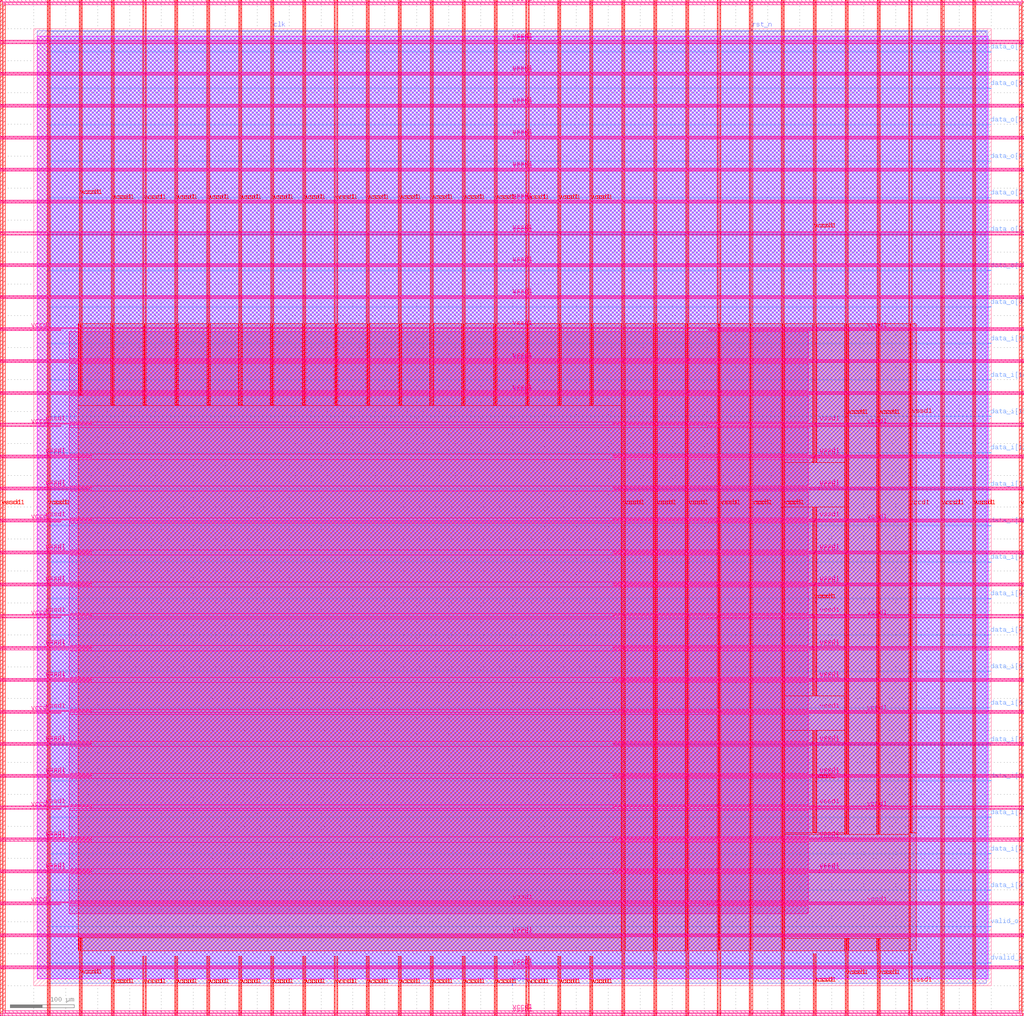
<source format=lef>
VERSION 5.7 ;
  NOWIREEXTENSIONATPIN ON ;
  DIVIDERCHAR "/" ;
  BUSBITCHARS "[]" ;
MACRO system_top
  CLASS BLOCK ;
  FOREIGN system_top ;
  ORIGIN 0.000 0.000 ;
  SIZE 1500.000 BY 1500.000 ;
  PIN busy_o
    DIRECTION OUTPUT ;
    USE SIGNAL ;
    ANTENNADIFFAREA 2.673000 ;
    PORT
      LAYER met2 ;
        RECT 749.890 0.000 750.170 4.000 ;
    END
  END busy_o
  PIN clk
    DIRECTION INPUT ;
    USE SIGNAL ;
    ANTENNAGATEAREA 1.286700 ;
    ANTENNADIFFAREA 0.434700 ;
    PORT
      LAYER met2 ;
        RECT 374.990 1496.000 375.270 1500.000 ;
    END
  END clk
  PIN data_i[0]
    DIRECTION INPUT ;
    USE SIGNAL ;
    ANTENNAGATEAREA 0.159000 ;
    PORT
      LAYER met3 ;
        RECT 1496.000 149.640 1500.000 150.240 ;
    END
  END data_i[0]
  PIN data_i[10]
    DIRECTION INPUT ;
    USE SIGNAL ;
    ANTENNAGATEAREA 0.247500 ;
    PORT
      LAYER met3 ;
        RECT 1496.000 720.840 1500.000 721.440 ;
    END
  END data_i[10]
  PIN data_i[11]
    DIRECTION INPUT ;
    USE SIGNAL ;
    ANTENNAGATEAREA 0.247500 ;
    PORT
      LAYER met3 ;
        RECT 1496.000 777.960 1500.000 778.560 ;
    END
  END data_i[11]
  PIN data_i[12]
    DIRECTION INPUT ;
    USE SIGNAL ;
    ANTENNAGATEAREA 0.247500 ;
    PORT
      LAYER met3 ;
        RECT 1496.000 835.080 1500.000 835.680 ;
    END
  END data_i[12]
  PIN data_i[13]
    DIRECTION INPUT ;
    USE SIGNAL ;
    ANTENNAGATEAREA 0.495000 ;
    PORT
      LAYER met3 ;
        RECT 1496.000 892.200 1500.000 892.800 ;
    END
  END data_i[13]
  PIN data_i[14]
    DIRECTION INPUT ;
    USE SIGNAL ;
    ANTENNAGATEAREA 0.495000 ;
    PORT
      LAYER met3 ;
        RECT 1496.000 949.320 1500.000 949.920 ;
    END
  END data_i[14]
  PIN data_i[15]
    DIRECTION INPUT ;
    USE SIGNAL ;
    ANTENNAGATEAREA 0.495000 ;
    PORT
      LAYER met3 ;
        RECT 1496.000 1006.440 1500.000 1007.040 ;
    END
  END data_i[15]
  PIN data_i[1]
    DIRECTION INPUT ;
    USE SIGNAL ;
    ANTENNAGATEAREA 0.213000 ;
    PORT
      LAYER met3 ;
        RECT 1496.000 206.760 1500.000 207.360 ;
    END
  END data_i[1]
  PIN data_i[2]
    DIRECTION INPUT ;
    USE SIGNAL ;
    ANTENNAGATEAREA 0.213000 ;
    PORT
      LAYER met3 ;
        RECT 1496.000 263.880 1500.000 264.480 ;
    END
  END data_i[2]
  PIN data_i[3]
    DIRECTION INPUT ;
    USE SIGNAL ;
    ANTENNAGATEAREA 0.213000 ;
    PORT
      LAYER met3 ;
        RECT 1496.000 321.000 1500.000 321.600 ;
    END
  END data_i[3]
  PIN data_i[4]
    DIRECTION INPUT ;
    USE SIGNAL ;
    ANTENNAGATEAREA 0.247500 ;
    PORT
      LAYER met3 ;
        RECT 1496.000 378.120 1500.000 378.720 ;
    END
  END data_i[4]
  PIN data_i[5]
    DIRECTION INPUT ;
    USE SIGNAL ;
    ANTENNAGATEAREA 0.247500 ;
    PORT
      LAYER met3 ;
        RECT 1496.000 435.240 1500.000 435.840 ;
    END
  END data_i[5]
  PIN data_i[6]
    DIRECTION INPUT ;
    USE SIGNAL ;
    ANTENNAGATEAREA 0.247500 ;
    PORT
      LAYER met3 ;
        RECT 1496.000 492.360 1500.000 492.960 ;
    END
  END data_i[6]
  PIN data_i[7]
    DIRECTION INPUT ;
    USE SIGNAL ;
    ANTENNAGATEAREA 0.247500 ;
    PORT
      LAYER met3 ;
        RECT 1496.000 549.480 1500.000 550.080 ;
    END
  END data_i[7]
  PIN data_i[8]
    DIRECTION INPUT ;
    USE SIGNAL ;
    ANTENNAGATEAREA 0.247500 ;
    PORT
      LAYER met3 ;
        RECT 1496.000 606.600 1500.000 607.200 ;
    END
  END data_i[8]
  PIN data_i[9]
    DIRECTION INPUT ;
    USE SIGNAL ;
    ANTENNAGATEAREA 0.247500 ;
    PORT
      LAYER met3 ;
        RECT 1496.000 663.720 1500.000 664.320 ;
    END
  END data_i[9]
  PIN data_o[0]
    DIRECTION OUTPUT ;
    USE SIGNAL ;
    ANTENNADIFFAREA 2.673000 ;
    PORT
      LAYER met3 ;
        RECT 1496.000 1063.560 1500.000 1064.160 ;
    END
  END data_o[0]
  PIN data_o[1]
    DIRECTION OUTPUT ;
    USE SIGNAL ;
    ANTENNADIFFAREA 2.673000 ;
    PORT
      LAYER met3 ;
        RECT 1496.000 1120.680 1500.000 1121.280 ;
    END
  END data_o[1]
  PIN data_o[2]
    DIRECTION OUTPUT ;
    USE SIGNAL ;
    ANTENNADIFFAREA 2.673000 ;
    PORT
      LAYER met3 ;
        RECT 1496.000 1177.800 1500.000 1178.400 ;
    END
  END data_o[2]
  PIN data_o[3]
    DIRECTION OUTPUT ;
    USE SIGNAL ;
    ANTENNADIFFAREA 2.673000 ;
    PORT
      LAYER met3 ;
        RECT 1496.000 1234.920 1500.000 1235.520 ;
    END
  END data_o[3]
  PIN data_o[4]
    DIRECTION OUTPUT ;
    USE SIGNAL ;
    ANTENNADIFFAREA 2.673000 ;
    PORT
      LAYER met3 ;
        RECT 1496.000 1292.040 1500.000 1292.640 ;
    END
  END data_o[4]
  PIN data_o[5]
    DIRECTION OUTPUT ;
    USE SIGNAL ;
    ANTENNADIFFAREA 2.673000 ;
    PORT
      LAYER met3 ;
        RECT 1496.000 1349.160 1500.000 1349.760 ;
    END
  END data_o[5]
  PIN data_o[6]
    DIRECTION OUTPUT ;
    USE SIGNAL ;
    ANTENNADIFFAREA 2.673000 ;
    PORT
      LAYER met3 ;
        RECT 1496.000 1406.280 1500.000 1406.880 ;
    END
  END data_o[6]
  PIN data_o[7]
    DIRECTION OUTPUT ;
    USE SIGNAL ;
    ANTENNADIFFAREA 2.673000 ;
    PORT
      LAYER met3 ;
        RECT 1496.000 1463.400 1500.000 1464.000 ;
    END
  END data_o[7]
  PIN dvalid_i
    DIRECTION INPUT ;
    USE SIGNAL ;
    ANTENNAGATEAREA 0.159000 ;
    PORT
      LAYER met3 ;
        RECT 1496.000 35.400 1500.000 36.000 ;
    END
  END dvalid_i
  PIN rst_n
    DIRECTION INPUT ;
    USE SIGNAL ;
    ANTENNAGATEAREA 0.495000 ;
    PORT
      LAYER met2 ;
        RECT 1124.790 1496.000 1125.070 1500.000 ;
    END
  END rst_n
  PIN valid_o
    DIRECTION OUTPUT ;
    USE SIGNAL ;
    ANTENNADIFFAREA 2.673000 ;
    PORT
      LAYER met3 ;
        RECT 1496.000 92.520 1500.000 93.120 ;
    END
  END valid_o
  PIN vccd1
    DIRECTION INOUT ;
    USE POWER ;
    PORT
      LAYER met4 ;
        RECT -47.480 -42.120 -44.480 1540.840 ;
    END
    PORT
      LAYER met5 ;
        RECT -47.480 -42.120 1547.080 -39.120 ;
    END
    PORT
      LAYER met5 ;
        RECT -47.480 1537.840 1547.080 1540.840 ;
    END
    PORT
      LAYER met4 ;
        RECT 1544.080 -42.120 1547.080 1540.840 ;
    END
    PORT
      LAYER met4 ;
        RECT 21.040 -46.820 22.640 1545.540 ;
    END
    PORT
      LAYER met4 ;
        RECT 71.040 -46.820 72.640 74.520 ;
    END
    PORT
      LAYER met4 ;
        RECT 71.040 925.800 72.640 1545.540 ;
    END
    PORT
      LAYER met4 ;
        RECT 121.040 -46.820 122.640 45.995 ;
    END
    PORT
      LAYER met4 ;
        RECT 121.040 910.125 122.640 1545.540 ;
    END
    PORT
      LAYER met4 ;
        RECT 171.040 -46.820 172.640 45.995 ;
    END
    PORT
      LAYER met4 ;
        RECT 171.040 910.125 172.640 1545.540 ;
    END
    PORT
      LAYER met4 ;
        RECT 221.040 -46.820 222.640 45.995 ;
    END
    PORT
      LAYER met4 ;
        RECT 221.040 910.125 222.640 1545.540 ;
    END
    PORT
      LAYER met4 ;
        RECT 271.040 -46.820 272.640 45.995 ;
    END
    PORT
      LAYER met4 ;
        RECT 271.040 910.125 272.640 1545.540 ;
    END
    PORT
      LAYER met4 ;
        RECT 321.040 -46.820 322.640 45.995 ;
    END
    PORT
      LAYER met4 ;
        RECT 321.040 910.125 322.640 1545.540 ;
    END
    PORT
      LAYER met4 ;
        RECT 371.040 -46.820 372.640 45.995 ;
    END
    PORT
      LAYER met4 ;
        RECT 371.040 910.125 372.640 1545.540 ;
    END
    PORT
      LAYER met4 ;
        RECT 421.040 -46.820 422.640 45.995 ;
    END
    PORT
      LAYER met4 ;
        RECT 421.040 910.125 422.640 1545.540 ;
    END
    PORT
      LAYER met4 ;
        RECT 471.040 -46.820 472.640 45.995 ;
    END
    PORT
      LAYER met4 ;
        RECT 471.040 910.125 472.640 1545.540 ;
    END
    PORT
      LAYER met4 ;
        RECT 521.040 -46.820 522.640 45.995 ;
    END
    PORT
      LAYER met4 ;
        RECT 521.040 910.125 522.640 1545.540 ;
    END
    PORT
      LAYER met4 ;
        RECT 571.040 -46.820 572.640 45.995 ;
    END
    PORT
      LAYER met4 ;
        RECT 571.040 910.125 572.640 1545.540 ;
    END
    PORT
      LAYER met4 ;
        RECT 621.040 -46.820 622.640 45.995 ;
    END
    PORT
      LAYER met4 ;
        RECT 621.040 910.125 622.640 1545.540 ;
    END
    PORT
      LAYER met4 ;
        RECT 671.040 -46.820 672.640 45.995 ;
    END
    PORT
      LAYER met4 ;
        RECT 671.040 910.125 672.640 1545.540 ;
    END
    PORT
      LAYER met4 ;
        RECT 721.040 -46.820 722.640 45.995 ;
    END
    PORT
      LAYER met4 ;
        RECT 721.040 910.125 722.640 1545.540 ;
    END
    PORT
      LAYER met4 ;
        RECT 771.040 -46.820 772.640 45.995 ;
    END
    PORT
      LAYER met4 ;
        RECT 771.040 910.125 772.640 1545.540 ;
    END
    PORT
      LAYER met4 ;
        RECT 821.040 -46.820 822.640 45.995 ;
    END
    PORT
      LAYER met4 ;
        RECT 821.040 910.125 822.640 1545.540 ;
    END
    PORT
      LAYER met4 ;
        RECT 871.040 -46.820 872.640 45.995 ;
    END
    PORT
      LAYER met4 ;
        RECT 871.040 910.125 872.640 1545.540 ;
    END
    PORT
      LAYER met4 ;
        RECT 921.040 -46.820 922.640 1545.540 ;
    END
    PORT
      LAYER met4 ;
        RECT 971.040 -46.820 972.640 1545.540 ;
    END
    PORT
      LAYER met4 ;
        RECT 1021.040 -46.820 1022.640 1545.540 ;
    END
    PORT
      LAYER met4 ;
        RECT 1071.040 -46.820 1072.640 1545.540 ;
    END
    PORT
      LAYER met4 ;
        RECT 1121.040 -46.820 1122.640 1545.540 ;
    END
    PORT
      LAYER met4 ;
        RECT 1171.040 -46.820 1172.640 1545.540 ;
    END
    PORT
      LAYER met4 ;
        RECT 1221.040 -46.820 1222.640 50.040 ;
    END
    PORT
      LAYER met4 ;
        RECT 1221.040 240.360 1222.640 400.040 ;
    END
    PORT
      LAYER met4 ;
        RECT 1221.040 454.360 1222.640 750.040 ;
    END
    PORT
      LAYER met4 ;
        RECT 1221.040 820.680 1222.640 1545.540 ;
    END
    PORT
      LAYER met4 ;
        RECT 1271.040 -46.820 1272.640 73.875 ;
    END
    PORT
      LAYER met4 ;
        RECT 1271.040 237.605 1272.640 1545.540 ;
    END
    PORT
      LAYER met4 ;
        RECT 1321.040 -46.820 1322.640 73.875 ;
    END
    PORT
      LAYER met4 ;
        RECT 1321.040 237.605 1322.640 1545.540 ;
    END
    PORT
      LAYER met4 ;
        RECT 1371.040 -46.820 1372.640 1545.540 ;
    END
    PORT
      LAYER met4 ;
        RECT 1421.040 -46.820 1422.640 1545.540 ;
    END
    PORT
      LAYER met4 ;
        RECT 1471.040 -46.820 1472.640 1545.540 ;
    END
    PORT
      LAYER met5 ;
        RECT -52.180 26.730 1551.780 28.330 ;
    END
    PORT
      LAYER met5 ;
        RECT -52.180 76.730 1551.780 78.330 ;
    END
    PORT
      LAYER met5 ;
        RECT -52.180 126.730 42.080 128.330 ;
    END
    PORT
      LAYER met5 ;
        RECT -52.180 176.730 88.660 178.330 ;
    END
    PORT
      LAYER met5 ;
        RECT -52.180 226.730 88.660 228.330 ;
    END
    PORT
      LAYER met5 ;
        RECT -52.180 276.730 42.080 278.330 ;
    END
    PORT
      LAYER met5 ;
        RECT -52.180 326.730 88.660 328.330 ;
    END
    PORT
      LAYER met5 ;
        RECT -52.180 376.730 88.660 378.330 ;
    END
    PORT
      LAYER met5 ;
        RECT -52.180 426.730 42.080 428.330 ;
    END
    PORT
      LAYER met5 ;
        RECT -52.180 476.730 88.660 478.330 ;
    END
    PORT
      LAYER met5 ;
        RECT -52.180 526.730 88.660 528.330 ;
    END
    PORT
      LAYER met5 ;
        RECT -52.180 576.730 42.080 578.330 ;
    END
    PORT
      LAYER met5 ;
        RECT -52.180 626.730 88.660 628.330 ;
    END
    PORT
      LAYER met5 ;
        RECT -52.180 676.730 88.660 678.330 ;
    END
    PORT
      LAYER met5 ;
        RECT -52.180 726.730 42.080 728.330 ;
    END
    PORT
      LAYER met5 ;
        RECT -52.180 776.730 88.660 778.330 ;
    END
    PORT
      LAYER met5 ;
        RECT -52.180 826.730 88.660 828.330 ;
    END
    PORT
      LAYER met5 ;
        RECT -52.180 876.730 42.080 878.330 ;
    END
    PORT
      LAYER met5 ;
        RECT -52.180 926.730 1551.780 928.330 ;
    END
    PORT
      LAYER met5 ;
        RECT -52.180 976.730 1551.780 978.330 ;
    END
    PORT
      LAYER met5 ;
        RECT -52.180 1026.730 42.080 1028.330 ;
    END
    PORT
      LAYER met5 ;
        RECT -52.180 1076.730 1551.780 1078.330 ;
    END
    PORT
      LAYER met5 ;
        RECT -52.180 1126.730 1551.780 1128.330 ;
    END
    PORT
      LAYER met5 ;
        RECT -52.180 1176.730 1551.780 1178.330 ;
    END
    PORT
      LAYER met5 ;
        RECT -52.180 1226.730 1551.780 1228.330 ;
    END
    PORT
      LAYER met5 ;
        RECT -52.180 1276.730 1551.780 1278.330 ;
    END
    PORT
      LAYER met5 ;
        RECT -52.180 1326.730 1551.780 1328.330 ;
    END
    PORT
      LAYER met5 ;
        RECT -52.180 1376.730 1551.780 1378.330 ;
    END
    PORT
      LAYER met5 ;
        RECT -52.180 1426.730 1551.780 1428.330 ;
    END
    PORT
      LAYER met5 ;
        RECT -52.180 1476.730 1551.780 1478.330 ;
    END
    PORT
      LAYER met5 ;
        RECT 909.260 176.730 1551.780 178.330 ;
    END
    PORT
      LAYER met5 ;
        RECT 909.260 226.730 1551.780 228.330 ;
    END
    PORT
      LAYER met5 ;
        RECT 909.260 326.730 1551.780 328.330 ;
    END
    PORT
      LAYER met5 ;
        RECT 909.260 376.730 1551.780 378.330 ;
    END
    PORT
      LAYER met5 ;
        RECT 909.260 476.730 1551.780 478.330 ;
    END
    PORT
      LAYER met5 ;
        RECT 909.260 526.730 1551.780 528.330 ;
    END
    PORT
      LAYER met5 ;
        RECT 909.260 626.730 1551.780 628.330 ;
    END
    PORT
      LAYER met5 ;
        RECT 909.260 676.730 1551.780 678.330 ;
    END
    PORT
      LAYER met5 ;
        RECT 909.260 776.730 1551.780 778.330 ;
    END
    PORT
      LAYER met5 ;
        RECT 909.260 826.730 1551.780 828.330 ;
    END
    PORT
      LAYER met5 ;
        RECT 1057.500 126.730 1551.780 128.330 ;
    END
    PORT
      LAYER met5 ;
        RECT 1057.500 276.730 1551.780 278.330 ;
    END
    PORT
      LAYER met5 ;
        RECT 1057.500 426.730 1551.780 428.330 ;
    END
    PORT
      LAYER met5 ;
        RECT 1057.500 576.730 1551.780 578.330 ;
    END
    PORT
      LAYER met5 ;
        RECT 1057.500 726.730 1551.780 728.330 ;
    END
    PORT
      LAYER met5 ;
        RECT 1057.500 876.730 1551.780 878.330 ;
    END
    PORT
      LAYER met5 ;
        RECT 1057.500 1026.730 1551.780 1028.330 ;
    END
  END vccd1
  PIN vssd1
    DIRECTION INOUT ;
    USE GROUND ;
    PORT
      LAYER met4 ;
        RECT -52.180 -46.820 -49.180 1545.540 ;
    END
    PORT
      LAYER met5 ;
        RECT -52.180 -46.820 1551.780 -43.820 ;
    END
    PORT
      LAYER met5 ;
        RECT -52.180 1542.540 1551.780 1545.540 ;
    END
    PORT
      LAYER met4 ;
        RECT 1548.780 -46.820 1551.780 1545.540 ;
    END
    PORT
      LAYER met4 ;
        RECT 24.340 -46.820 25.940 1545.540 ;
    END
    PORT
      LAYER met4 ;
        RECT 74.340 -46.820 75.940 74.520 ;
    END
    PORT
      LAYER met4 ;
        RECT 74.340 925.800 75.940 1545.540 ;
    END
    PORT
      LAYER met4 ;
        RECT 124.340 -46.820 125.940 45.995 ;
    END
    PORT
      LAYER met4 ;
        RECT 124.340 910.125 125.940 1545.540 ;
    END
    PORT
      LAYER met4 ;
        RECT 174.340 -46.820 175.940 45.995 ;
    END
    PORT
      LAYER met4 ;
        RECT 174.340 910.125 175.940 1545.540 ;
    END
    PORT
      LAYER met4 ;
        RECT 224.340 -46.820 225.940 45.995 ;
    END
    PORT
      LAYER met4 ;
        RECT 224.340 910.125 225.940 1545.540 ;
    END
    PORT
      LAYER met4 ;
        RECT 274.340 -46.820 275.940 45.995 ;
    END
    PORT
      LAYER met4 ;
        RECT 274.340 910.125 275.940 1545.540 ;
    END
    PORT
      LAYER met4 ;
        RECT 324.340 -46.820 325.940 45.995 ;
    END
    PORT
      LAYER met4 ;
        RECT 324.340 910.125 325.940 1545.540 ;
    END
    PORT
      LAYER met4 ;
        RECT 374.340 -46.820 375.940 45.995 ;
    END
    PORT
      LAYER met4 ;
        RECT 374.340 910.125 375.940 1545.540 ;
    END
    PORT
      LAYER met4 ;
        RECT 424.340 -46.820 425.940 45.995 ;
    END
    PORT
      LAYER met4 ;
        RECT 424.340 910.125 425.940 1545.540 ;
    END
    PORT
      LAYER met4 ;
        RECT 474.340 -46.820 475.940 45.995 ;
    END
    PORT
      LAYER met4 ;
        RECT 474.340 910.125 475.940 1545.540 ;
    END
    PORT
      LAYER met4 ;
        RECT 524.340 -46.820 525.940 45.995 ;
    END
    PORT
      LAYER met4 ;
        RECT 524.340 910.125 525.940 1545.540 ;
    END
    PORT
      LAYER met4 ;
        RECT 574.340 -46.820 575.940 45.995 ;
    END
    PORT
      LAYER met4 ;
        RECT 574.340 910.125 575.940 1545.540 ;
    END
    PORT
      LAYER met4 ;
        RECT 624.340 -46.820 625.940 45.995 ;
    END
    PORT
      LAYER met4 ;
        RECT 624.340 910.125 625.940 1545.540 ;
    END
    PORT
      LAYER met4 ;
        RECT 674.340 -46.820 675.940 45.995 ;
    END
    PORT
      LAYER met4 ;
        RECT 674.340 910.125 675.940 1545.540 ;
    END
    PORT
      LAYER met4 ;
        RECT 724.340 -46.820 725.940 45.995 ;
    END
    PORT
      LAYER met4 ;
        RECT 724.340 910.125 725.940 1545.540 ;
    END
    PORT
      LAYER met4 ;
        RECT 774.340 -46.820 775.940 45.995 ;
    END
    PORT
      LAYER met4 ;
        RECT 774.340 910.125 775.940 1545.540 ;
    END
    PORT
      LAYER met4 ;
        RECT 824.340 -46.820 825.940 45.995 ;
    END
    PORT
      LAYER met4 ;
        RECT 824.340 910.125 825.940 1545.540 ;
    END
    PORT
      LAYER met4 ;
        RECT 874.340 -46.820 875.940 45.995 ;
    END
    PORT
      LAYER met4 ;
        RECT 874.340 910.125 875.940 1545.540 ;
    END
    PORT
      LAYER met4 ;
        RECT 924.340 -46.820 925.940 1545.540 ;
    END
    PORT
      LAYER met4 ;
        RECT 974.340 -46.820 975.940 1545.540 ;
    END
    PORT
      LAYER met4 ;
        RECT 1024.340 -46.820 1025.940 1545.540 ;
    END
    PORT
      LAYER met4 ;
        RECT 1074.340 -46.820 1075.940 1545.540 ;
    END
    PORT
      LAYER met4 ;
        RECT 1124.340 -46.820 1125.940 1545.540 ;
    END
    PORT
      LAYER met4 ;
        RECT 1174.340 -46.820 1175.940 1545.540 ;
    END
    PORT
      LAYER met4 ;
        RECT 1224.340 -46.820 1225.940 50.040 ;
    END
    PORT
      LAYER met4 ;
        RECT 1224.340 240.360 1225.940 400.040 ;
    END
    PORT
      LAYER met4 ;
        RECT 1224.340 454.360 1225.940 750.040 ;
    END
    PORT
      LAYER met4 ;
        RECT 1224.340 820.680 1225.940 1545.540 ;
    END
    PORT
      LAYER met4 ;
        RECT 1274.340 -46.820 1275.940 73.875 ;
    END
    PORT
      LAYER met4 ;
        RECT 1274.340 237.605 1275.940 1545.540 ;
    END
    PORT
      LAYER met4 ;
        RECT 1324.340 -46.820 1325.940 73.875 ;
    END
    PORT
      LAYER met4 ;
        RECT 1324.340 237.605 1325.940 1545.540 ;
    END
    PORT
      LAYER met4 ;
        RECT 1374.340 -46.820 1375.940 50.040 ;
    END
    PORT
      LAYER met4 ;
        RECT 1374.340 240.360 1375.940 1545.540 ;
    END
    PORT
      LAYER met4 ;
        RECT 1424.340 -46.820 1425.940 1545.540 ;
    END
    PORT
      LAYER met4 ;
        RECT 1474.340 -46.820 1475.940 1545.540 ;
    END
    PORT
      LAYER met5 ;
        RECT -52.180 30.030 1551.780 31.630 ;
    END
    PORT
      LAYER met5 ;
        RECT -52.180 80.030 1551.780 81.630 ;
    END
    PORT
      LAYER met5 ;
        RECT -52.180 130.030 1551.780 131.630 ;
    END
    PORT
      LAYER met5 ;
        RECT -52.180 180.030 88.660 181.630 ;
    END
    PORT
      LAYER met5 ;
        RECT -52.180 230.030 88.660 231.630 ;
    END
    PORT
      LAYER met5 ;
        RECT -52.180 280.030 88.660 281.630 ;
    END
    PORT
      LAYER met5 ;
        RECT -52.180 330.030 88.660 331.630 ;
    END
    PORT
      LAYER met5 ;
        RECT -52.180 380.030 88.660 381.630 ;
    END
    PORT
      LAYER met5 ;
        RECT -52.180 430.030 88.660 431.630 ;
    END
    PORT
      LAYER met5 ;
        RECT -52.180 480.030 88.660 481.630 ;
    END
    PORT
      LAYER met5 ;
        RECT -52.180 530.030 88.660 531.630 ;
    END
    PORT
      LAYER met5 ;
        RECT -52.180 580.030 88.660 581.630 ;
    END
    PORT
      LAYER met5 ;
        RECT -52.180 630.030 88.660 631.630 ;
    END
    PORT
      LAYER met5 ;
        RECT -52.180 680.030 88.660 681.630 ;
    END
    PORT
      LAYER met5 ;
        RECT -52.180 730.030 88.660 731.630 ;
    END
    PORT
      LAYER met5 ;
        RECT -52.180 780.030 88.660 781.630 ;
    END
    PORT
      LAYER met5 ;
        RECT -52.180 830.030 88.660 831.630 ;
    END
    PORT
      LAYER met5 ;
        RECT -52.180 880.030 88.660 881.630 ;
    END
    PORT
      LAYER met5 ;
        RECT -52.180 930.030 1551.780 931.630 ;
    END
    PORT
      LAYER met5 ;
        RECT -52.180 980.030 1551.780 981.630 ;
    END
    PORT
      LAYER met5 ;
        RECT -52.180 1030.030 1551.780 1031.630 ;
    END
    PORT
      LAYER met5 ;
        RECT -52.180 1080.030 1551.780 1081.630 ;
    END
    PORT
      LAYER met5 ;
        RECT -52.180 1130.030 1551.780 1131.630 ;
    END
    PORT
      LAYER met5 ;
        RECT -52.180 1180.030 1551.780 1181.630 ;
    END
    PORT
      LAYER met5 ;
        RECT -52.180 1230.030 1551.780 1231.630 ;
    END
    PORT
      LAYER met5 ;
        RECT -52.180 1280.030 1551.780 1281.630 ;
    END
    PORT
      LAYER met5 ;
        RECT -52.180 1330.030 1551.780 1331.630 ;
    END
    PORT
      LAYER met5 ;
        RECT -52.180 1380.030 1551.780 1381.630 ;
    END
    PORT
      LAYER met5 ;
        RECT -52.180 1430.030 1551.780 1431.630 ;
    END
    PORT
      LAYER met5 ;
        RECT -52.180 1480.030 1551.780 1481.630 ;
    END
    PORT
      LAYER met5 ;
        RECT 909.260 180.030 1551.780 181.630 ;
    END
    PORT
      LAYER met5 ;
        RECT 909.260 230.030 1551.780 231.630 ;
    END
    PORT
      LAYER met5 ;
        RECT 909.260 280.030 1551.780 281.630 ;
    END
    PORT
      LAYER met5 ;
        RECT 909.260 330.030 1551.780 331.630 ;
    END
    PORT
      LAYER met5 ;
        RECT 909.260 380.030 1551.780 381.630 ;
    END
    PORT
      LAYER met5 ;
        RECT 909.260 430.030 1551.780 431.630 ;
    END
    PORT
      LAYER met5 ;
        RECT 909.260 480.030 1551.780 481.630 ;
    END
    PORT
      LAYER met5 ;
        RECT 909.260 530.030 1551.780 531.630 ;
    END
    PORT
      LAYER met5 ;
        RECT 909.260 580.030 1551.780 581.630 ;
    END
    PORT
      LAYER met5 ;
        RECT 909.260 630.030 1551.780 631.630 ;
    END
    PORT
      LAYER met5 ;
        RECT 909.260 680.030 1551.780 681.630 ;
    END
    PORT
      LAYER met5 ;
        RECT 909.260 730.030 1551.780 731.630 ;
    END
    PORT
      LAYER met5 ;
        RECT 909.260 780.030 1551.780 781.630 ;
    END
    PORT
      LAYER met5 ;
        RECT 909.260 830.030 1551.780 831.630 ;
    END
    PORT
      LAYER met5 ;
        RECT 909.260 880.030 1551.780 881.630 ;
    END
  END vssd1
  OBS
      LAYER nwell ;
        RECT 5.330 10.795 1494.270 1488.030 ;
      LAYER li1 ;
        RECT 5.520 10.795 1494.080 1487.925 ;
      LAYER met1 ;
        RECT 5.520 10.640 1494.080 1496.640 ;
      LAYER met2 ;
        RECT 21.070 1495.720 374.710 1496.670 ;
        RECT 375.550 1495.720 1124.510 1496.670 ;
        RECT 1125.350 1495.720 1492.150 1496.670 ;
        RECT 21.070 4.280 1492.150 1495.720 ;
        RECT 21.070 4.000 749.610 4.280 ;
        RECT 750.450 4.000 1492.150 4.280 ;
      LAYER met3 ;
        RECT 21.050 1464.400 1496.000 1488.005 ;
        RECT 21.050 1463.000 1495.600 1464.400 ;
        RECT 21.050 1407.280 1496.000 1463.000 ;
        RECT 21.050 1405.880 1495.600 1407.280 ;
        RECT 21.050 1350.160 1496.000 1405.880 ;
        RECT 21.050 1348.760 1495.600 1350.160 ;
        RECT 21.050 1293.040 1496.000 1348.760 ;
        RECT 21.050 1291.640 1495.600 1293.040 ;
        RECT 21.050 1235.920 1496.000 1291.640 ;
        RECT 21.050 1234.520 1495.600 1235.920 ;
        RECT 21.050 1178.800 1496.000 1234.520 ;
        RECT 21.050 1177.400 1495.600 1178.800 ;
        RECT 21.050 1121.680 1496.000 1177.400 ;
        RECT 21.050 1120.280 1495.600 1121.680 ;
        RECT 21.050 1064.560 1496.000 1120.280 ;
        RECT 21.050 1063.160 1495.600 1064.560 ;
        RECT 21.050 1007.440 1496.000 1063.160 ;
        RECT 21.050 1006.040 1495.600 1007.440 ;
        RECT 21.050 950.320 1496.000 1006.040 ;
        RECT 21.050 948.920 1495.600 950.320 ;
        RECT 21.050 893.200 1496.000 948.920 ;
        RECT 21.050 891.800 1495.600 893.200 ;
        RECT 21.050 836.080 1496.000 891.800 ;
        RECT 21.050 834.680 1495.600 836.080 ;
        RECT 21.050 778.960 1496.000 834.680 ;
        RECT 21.050 777.560 1495.600 778.960 ;
        RECT 21.050 721.840 1496.000 777.560 ;
        RECT 21.050 720.440 1495.600 721.840 ;
        RECT 21.050 664.720 1496.000 720.440 ;
        RECT 21.050 663.320 1495.600 664.720 ;
        RECT 21.050 607.600 1496.000 663.320 ;
        RECT 21.050 606.200 1495.600 607.600 ;
        RECT 21.050 550.480 1496.000 606.200 ;
        RECT 21.050 549.080 1495.600 550.480 ;
        RECT 21.050 493.360 1496.000 549.080 ;
        RECT 21.050 491.960 1495.600 493.360 ;
        RECT 21.050 436.240 1496.000 491.960 ;
        RECT 21.050 434.840 1495.600 436.240 ;
        RECT 21.050 379.120 1496.000 434.840 ;
        RECT 21.050 377.720 1495.600 379.120 ;
        RECT 21.050 322.000 1496.000 377.720 ;
        RECT 21.050 320.600 1495.600 322.000 ;
        RECT 21.050 264.880 1496.000 320.600 ;
        RECT 21.050 263.480 1495.600 264.880 ;
        RECT 21.050 207.760 1496.000 263.480 ;
        RECT 21.050 206.360 1495.600 207.760 ;
        RECT 21.050 150.640 1496.000 206.360 ;
        RECT 21.050 149.240 1495.600 150.640 ;
        RECT 21.050 93.520 1496.000 149.240 ;
        RECT 21.050 92.120 1495.600 93.520 ;
        RECT 21.050 36.400 1496.000 92.120 ;
        RECT 21.050 35.000 1495.600 36.400 ;
        RECT 21.050 10.715 1496.000 35.000 ;
      LAYER met4 ;
        RECT 69.900 925.400 70.640 1037.600 ;
        RECT 73.040 925.400 73.940 1037.600 ;
        RECT 76.340 925.400 120.640 1037.600 ;
        RECT 69.900 909.725 120.640 925.400 ;
        RECT 123.040 909.725 123.940 1037.600 ;
        RECT 126.340 909.725 170.640 1037.600 ;
        RECT 173.040 909.725 173.940 1037.600 ;
        RECT 176.340 909.725 220.640 1037.600 ;
        RECT 223.040 909.725 223.940 1037.600 ;
        RECT 226.340 909.725 270.640 1037.600 ;
        RECT 273.040 909.725 273.940 1037.600 ;
        RECT 276.340 909.725 320.640 1037.600 ;
        RECT 323.040 909.725 323.940 1037.600 ;
        RECT 326.340 909.725 370.640 1037.600 ;
        RECT 373.040 909.725 373.940 1037.600 ;
        RECT 376.340 909.725 420.640 1037.600 ;
        RECT 423.040 909.725 423.940 1037.600 ;
        RECT 426.340 909.725 470.640 1037.600 ;
        RECT 473.040 909.725 473.940 1037.600 ;
        RECT 476.340 909.725 520.640 1037.600 ;
        RECT 523.040 909.725 523.940 1037.600 ;
        RECT 526.340 909.725 570.640 1037.600 ;
        RECT 573.040 909.725 573.940 1037.600 ;
        RECT 576.340 909.725 620.640 1037.600 ;
        RECT 623.040 909.725 623.940 1037.600 ;
        RECT 626.340 909.725 670.640 1037.600 ;
        RECT 673.040 909.725 673.940 1037.600 ;
        RECT 676.340 909.725 720.640 1037.600 ;
        RECT 723.040 909.725 723.940 1037.600 ;
        RECT 726.340 909.725 770.640 1037.600 ;
        RECT 773.040 909.725 773.940 1037.600 ;
        RECT 776.340 909.725 820.640 1037.600 ;
        RECT 823.040 909.725 823.940 1037.600 ;
        RECT 826.340 909.725 870.640 1037.600 ;
        RECT 873.040 909.725 873.940 1037.600 ;
        RECT 876.340 909.725 920.640 1037.600 ;
        RECT 69.900 74.920 920.640 909.725 ;
        RECT 69.900 54.575 70.640 74.920 ;
        RECT 73.040 54.575 73.940 74.920 ;
        RECT 76.340 54.575 920.640 74.920 ;
        RECT 923.040 54.575 923.940 1037.600 ;
        RECT 926.340 54.575 970.640 1037.600 ;
        RECT 973.040 54.575 973.940 1037.600 ;
        RECT 976.340 54.575 1020.640 1037.600 ;
        RECT 1023.040 54.575 1023.940 1037.600 ;
        RECT 1026.340 54.575 1070.640 1037.600 ;
        RECT 1073.040 54.575 1073.940 1037.600 ;
        RECT 1076.340 54.575 1120.640 1037.600 ;
        RECT 1123.040 54.575 1123.940 1037.600 ;
        RECT 1126.340 54.575 1170.640 1037.600 ;
        RECT 1173.040 54.575 1173.940 1037.600 ;
        RECT 1176.340 820.280 1220.640 1037.600 ;
        RECT 1223.040 820.280 1223.940 1037.600 ;
        RECT 1226.340 820.280 1270.640 1037.600 ;
        RECT 1176.340 750.440 1270.640 820.280 ;
        RECT 1176.340 453.960 1220.640 750.440 ;
        RECT 1223.040 453.960 1223.940 750.440 ;
        RECT 1226.340 453.960 1270.640 750.440 ;
        RECT 1176.340 400.440 1270.640 453.960 ;
        RECT 1176.340 239.960 1220.640 400.440 ;
        RECT 1223.040 239.960 1223.940 400.440 ;
        RECT 1226.340 239.960 1270.640 400.440 ;
        RECT 1176.340 237.205 1270.640 239.960 ;
        RECT 1273.040 237.205 1273.940 1037.600 ;
        RECT 1276.340 237.205 1320.640 1037.600 ;
        RECT 1323.040 237.205 1323.940 1037.600 ;
        RECT 1326.340 237.205 1370.640 1037.600 ;
        RECT 1176.340 74.275 1370.640 237.205 ;
        RECT 1176.340 54.575 1270.640 74.275 ;
        RECT 1273.040 54.575 1273.940 74.275 ;
        RECT 1276.340 54.575 1320.640 74.275 ;
        RECT 1323.040 54.575 1323.940 74.275 ;
        RECT 1326.340 54.575 1370.640 74.275 ;
        RECT 1373.040 239.960 1373.940 1037.600 ;
        RECT 1376.340 239.960 1382.465 1037.600 ;
        RECT 1373.040 54.575 1382.465 239.960 ;
      LAYER met5 ;
        RECT 55.280 983.230 1212.900 1024.980 ;
        RECT 55.280 933.230 1212.900 975.130 ;
        RECT 55.280 883.230 1212.900 925.130 ;
        RECT 90.260 878.430 907.660 883.230 ;
        RECT 55.280 875.130 1055.900 878.430 ;
        RECT 55.280 833.230 1212.900 875.130 ;
        RECT 90.260 825.130 907.660 833.230 ;
        RECT 55.280 783.230 1212.900 825.130 ;
        RECT 90.260 775.130 907.660 783.230 ;
        RECT 55.280 733.230 1212.900 775.130 ;
        RECT 90.260 728.430 907.660 733.230 ;
        RECT 55.280 725.130 1055.900 728.430 ;
        RECT 55.280 683.230 1212.900 725.130 ;
        RECT 90.260 675.130 907.660 683.230 ;
        RECT 55.280 633.230 1212.900 675.130 ;
        RECT 90.260 625.130 907.660 633.230 ;
        RECT 55.280 583.230 1212.900 625.130 ;
        RECT 90.260 578.430 907.660 583.230 ;
        RECT 55.280 575.130 1055.900 578.430 ;
        RECT 55.280 533.230 1212.900 575.130 ;
        RECT 90.260 525.130 907.660 533.230 ;
        RECT 55.280 483.230 1212.900 525.130 ;
        RECT 90.260 475.130 907.660 483.230 ;
        RECT 55.280 433.230 1212.900 475.130 ;
        RECT 90.260 428.430 907.660 433.230 ;
        RECT 55.280 425.130 1055.900 428.430 ;
        RECT 55.280 383.230 1212.900 425.130 ;
        RECT 90.260 375.130 907.660 383.230 ;
        RECT 55.280 333.230 1212.900 375.130 ;
        RECT 90.260 325.130 907.660 333.230 ;
        RECT 55.280 283.230 1212.900 325.130 ;
        RECT 90.260 278.430 907.660 283.230 ;
        RECT 55.280 275.130 1055.900 278.430 ;
        RECT 55.280 233.230 1212.900 275.130 ;
        RECT 90.260 225.130 907.660 233.230 ;
        RECT 55.280 183.230 1212.900 225.130 ;
        RECT 90.260 175.130 907.660 183.230 ;
        RECT 55.280 133.230 1212.900 175.130 ;
        RECT 55.280 125.130 1055.900 128.430 ;
        RECT 55.280 113.100 1212.900 125.130 ;
  END
END system_top
END LIBRARY


</source>
